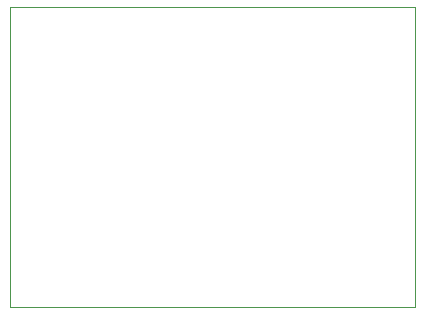
<source format=gbr>
%TF.GenerationSoftware,KiCad,Pcbnew,(5.1.9)-1*%
%TF.CreationDate,2023-01-12T13:49:32+03:00*%
%TF.ProjectId,STACK1,53544143-4b31-42e6-9b69-6361645f7063,rev?*%
%TF.SameCoordinates,Original*%
%TF.FileFunction,Profile,NP*%
%FSLAX46Y46*%
G04 Gerber Fmt 4.6, Leading zero omitted, Abs format (unit mm)*
G04 Created by KiCad (PCBNEW (5.1.9)-1) date 2023-01-12 13:49:32*
%MOMM*%
%LPD*%
G01*
G04 APERTURE LIST*
%TA.AperFunction,Profile*%
%ADD10C,0.050000*%
%TD*%
G04 APERTURE END LIST*
D10*
X48260000Y-50800000D02*
X48260000Y-25400000D01*
X82550000Y-50800000D02*
X48260000Y-50800000D01*
X82550000Y-25400000D02*
X82550000Y-50800000D01*
X48260000Y-25400000D02*
X82550000Y-25400000D01*
M02*

</source>
